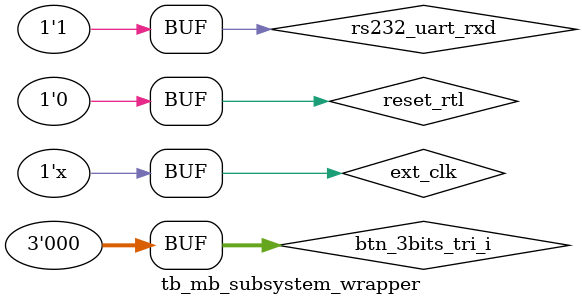
<source format=v>
`timescale 1ns / 1ps
`timescale 1ns/1ps

module tb_mb_subsystem_wrapper;

    reg [2:0]      btn_3bits_tri_i    ;
    reg            ext_clk = 0        ;
    wire [7:0]     led_8bits_tri_o    ;
    reg            reset_rtl          ;
    wire           rs232_cts_out_low  ;
    reg            rs232_uart_rxd     ;
    wire           rs232_uart_txd     ;

    mb_subsystem_wrapper uut(
        .btn_3bits_tri_i   (btn_3bits_tri_i  ),
        .ext_clk           (ext_clk          ),
        .led_8bits_tri_o   (led_8bits_tri_o  ),
        .reset_rtl         (reset_rtl        ),
        .rs232_cts_out_low (rs232_cts_out_low),
        .rs232_uart_rxd    (rs232_uart_rxd   ),
        .rs232_uart_txd    (rs232_uart_txd   ) 
    );


    always begin
      ext_clk <= #10 ~ext_clk;
    end

    initial begin
        reset_rtl = 1'b0;
        rs232_uart_rxd = 1'b1;
        btn_3bits_tri_i = 3'b000;
    end

endmodule

</source>
